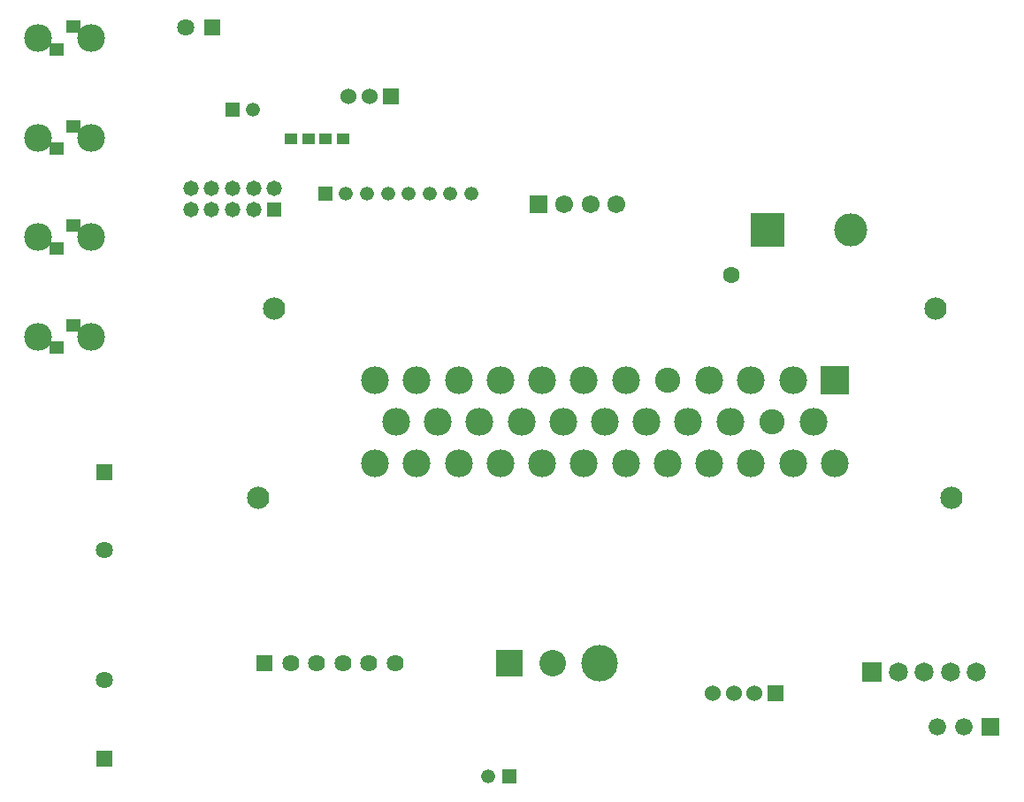
<source format=gts>
G04*
G04 #@! TF.GenerationSoftware,Altium Limited,Altium Designer,20.0.13 (296)*
G04*
G04 Layer_Color=8388736*
%FSLAX25Y25*%
%MOIN*%
G70*
G01*
G75*
%ADD15R,0.05500X0.04500*%
%ADD16R,0.04800X0.04400*%
%ADD17C,0.06299*%
%ADD18R,0.12500X0.12500*%
%ADD19C,0.12500*%
%ADD20C,0.10500*%
%ADD21C,0.13800*%
%ADD22C,0.10000*%
%ADD23R,0.10000X0.10000*%
%ADD24C,0.08400*%
%ADD25C,0.09500*%
%ADD26R,0.10500X0.10500*%
%ADD27C,0.06602*%
%ADD28R,0.06602X0.06602*%
%ADD29R,0.06760X0.06760*%
%ADD30C,0.06760*%
%ADD31C,0.05224*%
%ADD32R,0.05224X0.05224*%
%ADD33R,0.06406X0.06406*%
%ADD34C,0.06406*%
%ADD35R,0.07193X0.07193*%
%ADD36C,0.07193*%
%ADD37C,0.06437*%
%ADD38R,0.06437X0.06437*%
%ADD39R,0.06012X0.06012*%
%ADD40C,0.06012*%
%ADD41R,0.05224X0.05224*%
%ADD42C,0.06400*%
%ADD43R,0.06400X0.06400*%
%ADD44C,0.05815*%
%ADD45R,0.05815X0.05815*%
D15*
X659750Y734250D02*
D03*
X653250Y725750D02*
D03*
X659750Y771750D02*
D03*
X653250Y763250D02*
D03*
X659750Y659250D02*
D03*
X653250Y650750D02*
D03*
X659750Y696750D02*
D03*
X653250Y688250D02*
D03*
D16*
X761346Y729500D02*
D03*
X754654D02*
D03*
X748347D02*
D03*
X741653D02*
D03*
D17*
X907728Y678217D02*
D03*
D18*
X921311Y695342D02*
D03*
D19*
X952689D02*
D03*
D20*
X646500Y730000D02*
D03*
X666500D02*
D03*
X646500Y767500D02*
D03*
X666500D02*
D03*
X646500Y655000D02*
D03*
X666500D02*
D03*
X646500Y692500D02*
D03*
X666500D02*
D03*
X773425Y607087D02*
D03*
X789173D02*
D03*
X804921D02*
D03*
X820669D02*
D03*
X836417D02*
D03*
X852165D02*
D03*
X867913D02*
D03*
X883661D02*
D03*
X899409D02*
D03*
X915158D02*
D03*
X930906D02*
D03*
X946653D02*
D03*
X781299Y622835D02*
D03*
X797047D02*
D03*
X812795D02*
D03*
X828643D02*
D03*
X844291D02*
D03*
X860039D02*
D03*
X875787D02*
D03*
X891435D02*
D03*
X907283D02*
D03*
X938779D02*
D03*
X773425Y638583D02*
D03*
X789173D02*
D03*
X804921D02*
D03*
X820669D02*
D03*
X836417D02*
D03*
X852165D02*
D03*
X867913D02*
D03*
X899409D02*
D03*
X915158D02*
D03*
X930906D02*
D03*
D21*
X858000Y532000D02*
D03*
D22*
X840500D02*
D03*
D23*
X824201D02*
D03*
D24*
X729331Y594095D02*
D03*
X990748D02*
D03*
X735236Y665354D02*
D03*
X984842D02*
D03*
D25*
X923031Y622835D02*
D03*
X883661Y638583D02*
D03*
D26*
X946653D02*
D03*
D27*
X985500Y508000D02*
D03*
X995500D02*
D03*
D28*
X1005500D02*
D03*
D29*
X835000Y705000D02*
D03*
D30*
X844843D02*
D03*
X854685D02*
D03*
X864528D02*
D03*
D31*
X809744Y709000D02*
D03*
X801870D02*
D03*
X793996D02*
D03*
X786122D02*
D03*
X778248D02*
D03*
X770374D02*
D03*
X762500D02*
D03*
X816063Y489335D02*
D03*
X727437Y740665D02*
D03*
D32*
X754626Y709000D02*
D03*
D33*
X671500Y604000D02*
D03*
Y496000D02*
D03*
D34*
Y574472D02*
D03*
Y525528D02*
D03*
D35*
X960815Y528433D02*
D03*
D36*
X970658D02*
D03*
X980500D02*
D03*
X990343D02*
D03*
X1000185D02*
D03*
D37*
X702079Y771567D02*
D03*
D38*
X711921D02*
D03*
D39*
X779248Y745500D02*
D03*
X924374Y520500D02*
D03*
D40*
X771374Y745500D02*
D03*
X763500D02*
D03*
X916500Y520500D02*
D03*
X908626D02*
D03*
X900752D02*
D03*
D41*
X823937Y489335D02*
D03*
X719563Y740665D02*
D03*
D42*
X781000Y532000D02*
D03*
X771158D02*
D03*
X761315D02*
D03*
X751473D02*
D03*
X741630D02*
D03*
D43*
X731787D02*
D03*
D44*
X704004Y703000D02*
D03*
Y710874D02*
D03*
X711878Y703000D02*
D03*
Y710874D02*
D03*
X719752Y703000D02*
D03*
Y710874D02*
D03*
X727626Y703000D02*
D03*
Y710874D02*
D03*
X735500D02*
D03*
D45*
Y703000D02*
D03*
M02*

</source>
